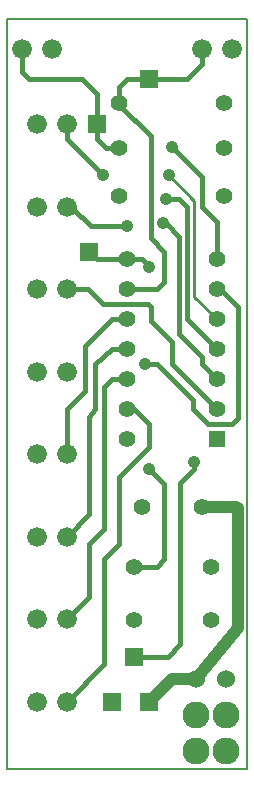
<source format=gtl>
G04 (created by PCBNEW (2012-oct-18)-testing) date Mon 07 Oct 2013 03:49:21 PM EDT*
%MOIN*%
G04 Gerber Fmt 3.4, Leading zero omitted, Abs format*
%FSLAX34Y34*%
G01*
G70*
G90*
G04 APERTURE LIST*
%ADD10C,0.006*%
%ADD11C,0.00590551*%
%ADD12C,0.055*%
%ADD13R,0.055X0.055*%
%ADD14C,0.06*%
%ADD15C,0.09*%
%ADD16C,0.066*%
%ADD17R,0.06X0.06*%
%ADD18C,0.042*%
%ADD19C,0.01*%
%ADD20C,0.015*%
%ADD21C,0.04*%
G04 APERTURE END LIST*
G54D10*
G54D11*
X0Y0D02*
X0Y25000D01*
X8000Y0D02*
X0Y0D01*
X8000Y25000D02*
X8000Y0D01*
X0Y25000D02*
X8000Y25000D01*
G54D12*
X3750Y22200D03*
X7250Y22200D03*
X3750Y20700D03*
X7250Y20700D03*
G54D13*
X7000Y11000D03*
G54D12*
X7000Y12000D03*
X7000Y13000D03*
X7000Y14000D03*
X7000Y15000D03*
X7000Y16000D03*
X7000Y17000D03*
X4000Y17000D03*
X4000Y16000D03*
X4000Y15000D03*
X4000Y14000D03*
X4000Y13000D03*
X4000Y12000D03*
X4000Y11000D03*
X6500Y8750D03*
X4500Y8750D03*
X4250Y6750D03*
X4250Y4980D03*
X6810Y4980D03*
X6810Y6750D03*
G54D14*
X6300Y3000D03*
X7300Y3000D03*
G54D15*
X6300Y1800D03*
X7300Y1800D03*
X6300Y600D03*
X7300Y600D03*
G54D12*
X3750Y19100D03*
X7250Y19100D03*
G54D16*
X1500Y24000D03*
X500Y24000D03*
X7500Y24000D03*
X6500Y24000D03*
X2000Y21500D03*
X1000Y21500D03*
X2000Y18750D03*
X1000Y18750D03*
X2000Y16000D03*
X1000Y16000D03*
X2000Y13250D03*
X1000Y13250D03*
X2000Y10500D03*
X1000Y10500D03*
X2000Y7750D03*
X1000Y7750D03*
X2000Y5000D03*
X1000Y5000D03*
X2000Y2250D03*
X1000Y2250D03*
G54D17*
X3000Y21500D03*
X2750Y17250D03*
X4750Y23000D03*
X4250Y3750D03*
X4750Y2250D03*
X3500Y2250D03*
G54D18*
X5400Y19800D03*
X3200Y19800D03*
X5500Y20750D03*
X6250Y10250D03*
X5300Y19000D03*
X4750Y10000D03*
X4750Y16750D03*
X4600Y13500D03*
X5200Y18200D03*
X4000Y18100D03*
G54D19*
X7000Y15000D02*
X6250Y15750D01*
X6250Y18950D02*
X5400Y19800D01*
X6250Y15750D02*
X6250Y18950D01*
G54D20*
X2000Y21500D02*
X2000Y21000D01*
X2000Y21000D02*
X3200Y19800D01*
X750Y23000D02*
X2500Y23000D01*
X500Y23250D02*
X750Y23000D01*
X500Y24000D02*
X500Y23250D01*
X3000Y22500D02*
X3000Y21500D01*
X2500Y23000D02*
X3000Y22500D01*
X3000Y21500D02*
X3000Y21000D01*
X3300Y20700D02*
X3750Y20700D01*
X3000Y21000D02*
X3300Y20700D01*
X7000Y17000D02*
X7000Y18250D01*
X6500Y19750D02*
X5500Y20750D01*
X6500Y18750D02*
X6500Y19750D01*
X7000Y18250D02*
X6500Y18750D01*
X5780Y9500D02*
X5780Y9530D01*
X5780Y9530D02*
X6250Y10000D01*
X6250Y10000D02*
X6250Y10250D01*
X7000Y14000D02*
X6000Y15000D01*
X5750Y19000D02*
X5300Y19000D01*
X6000Y18750D02*
X5750Y19000D01*
X6000Y15000D02*
X6000Y18750D01*
X4250Y3750D02*
X5360Y3750D01*
X5780Y4170D02*
X5780Y9500D01*
X5360Y3750D02*
X5780Y4170D01*
X4250Y6750D02*
X5000Y6750D01*
X5250Y7000D02*
X5250Y7500D01*
X5000Y6750D02*
X5250Y7000D01*
X5250Y9500D02*
X5000Y9750D01*
X5000Y9750D02*
X4750Y10000D01*
X4000Y17000D02*
X4500Y17000D01*
X4500Y17000D02*
X4750Y16750D01*
X5250Y9250D02*
X5250Y7500D01*
X5250Y9500D02*
X5250Y9250D01*
X4000Y17000D02*
X3000Y17000D01*
X3000Y17000D02*
X2750Y17250D01*
X4000Y16000D02*
X5000Y16000D01*
X5250Y17250D02*
X4800Y17700D01*
X5250Y16250D02*
X5250Y17250D01*
X5000Y16000D02*
X5250Y16250D01*
X6500Y24000D02*
X6500Y23500D01*
X6000Y23000D02*
X4750Y23000D01*
X6500Y23500D02*
X6000Y23000D01*
X3750Y22200D02*
X3750Y22750D01*
X4000Y23000D02*
X4750Y23000D01*
X3750Y22750D02*
X4000Y23000D01*
X3750Y22200D02*
X3750Y22150D01*
X4800Y21100D02*
X4800Y17700D01*
X3750Y22150D02*
X4800Y21100D01*
X2600Y14100D02*
X2600Y12600D01*
X3500Y15000D02*
X2600Y14100D01*
X4000Y15000D02*
X3500Y15000D01*
X2000Y12000D02*
X2000Y10500D01*
X2600Y12600D02*
X2000Y12000D01*
X7000Y16000D02*
X7100Y16000D01*
X5000Y13500D02*
X4600Y13500D01*
X6200Y12300D02*
X5000Y13500D01*
X6200Y12000D02*
X6200Y12300D01*
X6700Y11500D02*
X6200Y12000D01*
X7500Y11500D02*
X6700Y11500D01*
X7700Y11700D02*
X7500Y11500D01*
X7700Y15400D02*
X7700Y11700D01*
X7100Y16000D02*
X7700Y15400D01*
X5500Y13500D02*
X5500Y14250D01*
X4800Y14950D02*
X4800Y15400D01*
X5500Y14250D02*
X4800Y14950D01*
X2000Y16000D02*
X2700Y16000D01*
X4700Y15500D02*
X4800Y15400D01*
X3200Y15500D02*
X4700Y15500D01*
X2700Y16000D02*
X3200Y15500D01*
X5500Y13500D02*
X7000Y12000D01*
X7000Y13000D02*
X6500Y13500D01*
X5299Y18200D02*
X5200Y18200D01*
X5749Y17750D02*
X5299Y18200D01*
X5749Y14500D02*
X5749Y17750D01*
X6500Y13750D02*
X5749Y14500D01*
X6500Y13500D02*
X6500Y13750D01*
X2150Y18750D02*
X2000Y18750D01*
X4000Y18100D02*
X2800Y18100D01*
X2800Y18100D02*
X2150Y18750D01*
X4000Y12000D02*
X4250Y12000D01*
X3250Y3500D02*
X2000Y2250D01*
X3250Y7000D02*
X3250Y3500D01*
X3750Y7500D02*
X3250Y7000D01*
X3750Y9750D02*
X3750Y7500D01*
X4750Y10750D02*
X3750Y9750D01*
X4750Y11500D02*
X4750Y10750D01*
X4250Y12000D02*
X4750Y11500D01*
X4000Y13000D02*
X3500Y13000D01*
X2750Y5750D02*
X2000Y5000D01*
X2750Y7500D02*
X2750Y5750D01*
X3250Y8000D02*
X2750Y7500D01*
X3250Y12750D02*
X3250Y8000D01*
X3500Y13000D02*
X3250Y12750D01*
X4000Y14000D02*
X3500Y14000D01*
X2750Y8500D02*
X2000Y7750D01*
X2750Y11750D02*
X2750Y8500D01*
X2950Y12000D02*
X2750Y11750D01*
X2950Y13500D02*
X2950Y12000D01*
X3500Y14000D02*
X2950Y13500D01*
G54D21*
X6300Y3000D02*
X5500Y3000D01*
X5500Y3000D02*
X4750Y2250D01*
X6500Y8750D02*
X7650Y8750D01*
X7700Y4700D02*
X6300Y3000D01*
X7700Y8700D02*
X7700Y4700D01*
X7650Y8750D02*
X7700Y8700D01*
M02*

</source>
